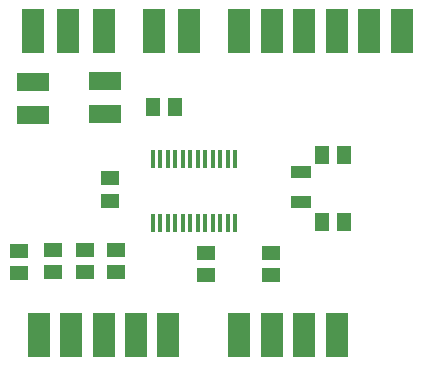
<source format=gbr>
G04 EAGLE Gerber RS-274X export*
G75*
%MOMM*%
%FSLAX34Y34*%
%LPD*%
%INSolderpaste Top*%
%IPPOS*%
%AMOC8*
5,1,8,0,0,1.08239X$1,22.5*%
G01*
%ADD10R,1.300000X1.500000*%
%ADD11R,2.700000X1.600000*%
%ADD12R,1.500000X1.300000*%
%ADD13R,0.435000X1.500000*%
%ADD14R,1.800000X1.000000*%
%ADD15R,1.930400X3.810000*%


D10*
X370800Y240600D03*
X351800Y240600D03*
X494900Y199700D03*
X513900Y199700D03*
D11*
X311300Y234400D03*
X311300Y262400D03*
X250300Y233900D03*
X250300Y261900D03*
D12*
X238400Y118800D03*
X238400Y99800D03*
X397000Y98000D03*
X397000Y117000D03*
X452100Y98000D03*
X452100Y117000D03*
X315300Y160900D03*
X315300Y179900D03*
D10*
X494900Y142700D03*
X513900Y142700D03*
D13*
X351780Y142300D03*
X358120Y142300D03*
X364480Y142300D03*
X370820Y142300D03*
X377180Y142300D03*
X383520Y142300D03*
X389880Y142300D03*
X396220Y142300D03*
X402580Y142300D03*
X408920Y142300D03*
X415280Y142300D03*
X421620Y142300D03*
X421620Y196300D03*
X415280Y196300D03*
X408920Y196300D03*
X402580Y196300D03*
X396220Y196300D03*
X389880Y196300D03*
X383520Y196300D03*
X377180Y196300D03*
X370820Y196300D03*
X364480Y196300D03*
X358120Y196300D03*
X351780Y196300D03*
D14*
X477000Y160000D03*
X477000Y185000D03*
D12*
X267100Y100500D03*
X267100Y119500D03*
X294100Y100500D03*
X294100Y119500D03*
X320600Y100500D03*
X320600Y119500D03*
D15*
X255000Y47500D03*
X282500Y47500D03*
X310000Y47500D03*
X337500Y47500D03*
X365000Y47500D03*
X425000Y47500D03*
X452500Y47500D03*
X480000Y47500D03*
X507500Y47500D03*
X382500Y305000D03*
X352500Y305000D03*
X250000Y305000D03*
X280000Y305000D03*
X310000Y305000D03*
X425000Y305000D03*
X452500Y305000D03*
X480000Y305000D03*
X507500Y305000D03*
X535000Y305000D03*
X562500Y305000D03*
M02*

</source>
